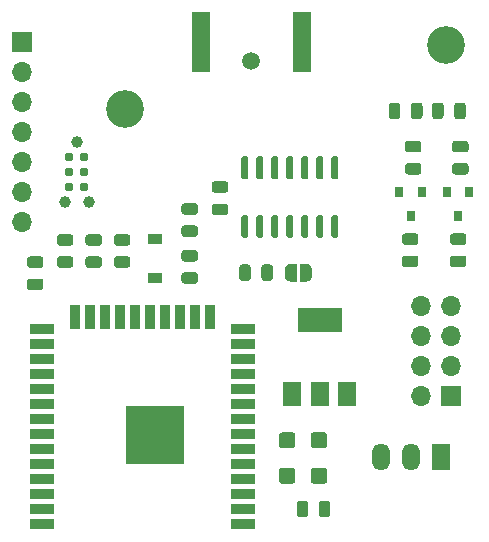
<source format=gts>
G04 #@! TF.GenerationSoftware,KiCad,Pcbnew,(5.1.9-0-10_14)*
G04 #@! TF.CreationDate,2021-01-28T13:50:09+01:00*
G04 #@! TF.ProjectId,ithowifi,6974686f-7769-4666-992e-6b696361645f,rev?*
G04 #@! TF.SameCoordinates,Original*
G04 #@! TF.FileFunction,Soldermask,Top*
G04 #@! TF.FilePolarity,Negative*
%FSLAX46Y46*%
G04 Gerber Fmt 4.6, Leading zero omitted, Abs format (unit mm)*
G04 Created by KiCad (PCBNEW (5.1.9-0-10_14)) date 2021-01-28 13:50:09*
%MOMM*%
%LPD*%
G01*
G04 APERTURE LIST*
%ADD10C,3.200000*%
%ADD11C,0.787400*%
%ADD12C,0.990600*%
%ADD13R,2.000000X0.900000*%
%ADD14R,0.900000X2.000000*%
%ADD15R,5.000000X5.000000*%
%ADD16C,0.100000*%
%ADD17C,1.500000*%
%ADD18R,1.500000X2.000000*%
%ADD19R,3.800000X2.000000*%
%ADD20O,1.700000X1.700000*%
%ADD21R,1.700000X1.700000*%
%ADD22R,1.200000X0.900000*%
%ADD23R,1.500000X5.080000*%
%ADD24R,0.800000X0.900000*%
%ADD25O,1.500000X2.300000*%
%ADD26R,1.500000X2.300000*%
G04 APERTURE END LIST*
D10*
X94488000Y-113538000D03*
G36*
G01*
X104772600Y-124416000D02*
X104472600Y-124416000D01*
G75*
G02*
X104322600Y-124266000I0J150000D01*
G01*
X104322600Y-122616000D01*
G75*
G02*
X104472600Y-122466000I150000J0D01*
G01*
X104772600Y-122466000D01*
G75*
G02*
X104922600Y-122616000I0J-150000D01*
G01*
X104922600Y-124266000D01*
G75*
G02*
X104772600Y-124416000I-150000J0D01*
G01*
G37*
G36*
G01*
X106042600Y-124416000D02*
X105742600Y-124416000D01*
G75*
G02*
X105592600Y-124266000I0J150000D01*
G01*
X105592600Y-122616000D01*
G75*
G02*
X105742600Y-122466000I150000J0D01*
G01*
X106042600Y-122466000D01*
G75*
G02*
X106192600Y-122616000I0J-150000D01*
G01*
X106192600Y-124266000D01*
G75*
G02*
X106042600Y-124416000I-150000J0D01*
G01*
G37*
G36*
G01*
X107312600Y-124416000D02*
X107012600Y-124416000D01*
G75*
G02*
X106862600Y-124266000I0J150000D01*
G01*
X106862600Y-122616000D01*
G75*
G02*
X107012600Y-122466000I150000J0D01*
G01*
X107312600Y-122466000D01*
G75*
G02*
X107462600Y-122616000I0J-150000D01*
G01*
X107462600Y-124266000D01*
G75*
G02*
X107312600Y-124416000I-150000J0D01*
G01*
G37*
G36*
G01*
X108582600Y-124416000D02*
X108282600Y-124416000D01*
G75*
G02*
X108132600Y-124266000I0J150000D01*
G01*
X108132600Y-122616000D01*
G75*
G02*
X108282600Y-122466000I150000J0D01*
G01*
X108582600Y-122466000D01*
G75*
G02*
X108732600Y-122616000I0J-150000D01*
G01*
X108732600Y-124266000D01*
G75*
G02*
X108582600Y-124416000I-150000J0D01*
G01*
G37*
G36*
G01*
X109852600Y-124416000D02*
X109552600Y-124416000D01*
G75*
G02*
X109402600Y-124266000I0J150000D01*
G01*
X109402600Y-122616000D01*
G75*
G02*
X109552600Y-122466000I150000J0D01*
G01*
X109852600Y-122466000D01*
G75*
G02*
X110002600Y-122616000I0J-150000D01*
G01*
X110002600Y-124266000D01*
G75*
G02*
X109852600Y-124416000I-150000J0D01*
G01*
G37*
G36*
G01*
X111122600Y-124416000D02*
X110822600Y-124416000D01*
G75*
G02*
X110672600Y-124266000I0J150000D01*
G01*
X110672600Y-122616000D01*
G75*
G02*
X110822600Y-122466000I150000J0D01*
G01*
X111122600Y-122466000D01*
G75*
G02*
X111272600Y-122616000I0J-150000D01*
G01*
X111272600Y-124266000D01*
G75*
G02*
X111122600Y-124416000I-150000J0D01*
G01*
G37*
G36*
G01*
X112392600Y-124416000D02*
X112092600Y-124416000D01*
G75*
G02*
X111942600Y-124266000I0J150000D01*
G01*
X111942600Y-122616000D01*
G75*
G02*
X112092600Y-122466000I150000J0D01*
G01*
X112392600Y-122466000D01*
G75*
G02*
X112542600Y-122616000I0J-150000D01*
G01*
X112542600Y-124266000D01*
G75*
G02*
X112392600Y-124416000I-150000J0D01*
G01*
G37*
G36*
G01*
X112392600Y-119466000D02*
X112092600Y-119466000D01*
G75*
G02*
X111942600Y-119316000I0J150000D01*
G01*
X111942600Y-117666000D01*
G75*
G02*
X112092600Y-117516000I150000J0D01*
G01*
X112392600Y-117516000D01*
G75*
G02*
X112542600Y-117666000I0J-150000D01*
G01*
X112542600Y-119316000D01*
G75*
G02*
X112392600Y-119466000I-150000J0D01*
G01*
G37*
G36*
G01*
X111122600Y-119466000D02*
X110822600Y-119466000D01*
G75*
G02*
X110672600Y-119316000I0J150000D01*
G01*
X110672600Y-117666000D01*
G75*
G02*
X110822600Y-117516000I150000J0D01*
G01*
X111122600Y-117516000D01*
G75*
G02*
X111272600Y-117666000I0J-150000D01*
G01*
X111272600Y-119316000D01*
G75*
G02*
X111122600Y-119466000I-150000J0D01*
G01*
G37*
G36*
G01*
X109852600Y-119466000D02*
X109552600Y-119466000D01*
G75*
G02*
X109402600Y-119316000I0J150000D01*
G01*
X109402600Y-117666000D01*
G75*
G02*
X109552600Y-117516000I150000J0D01*
G01*
X109852600Y-117516000D01*
G75*
G02*
X110002600Y-117666000I0J-150000D01*
G01*
X110002600Y-119316000D01*
G75*
G02*
X109852600Y-119466000I-150000J0D01*
G01*
G37*
G36*
G01*
X108582600Y-119466000D02*
X108282600Y-119466000D01*
G75*
G02*
X108132600Y-119316000I0J150000D01*
G01*
X108132600Y-117666000D01*
G75*
G02*
X108282600Y-117516000I150000J0D01*
G01*
X108582600Y-117516000D01*
G75*
G02*
X108732600Y-117666000I0J-150000D01*
G01*
X108732600Y-119316000D01*
G75*
G02*
X108582600Y-119466000I-150000J0D01*
G01*
G37*
G36*
G01*
X107312600Y-119466000D02*
X107012600Y-119466000D01*
G75*
G02*
X106862600Y-119316000I0J150000D01*
G01*
X106862600Y-117666000D01*
G75*
G02*
X107012600Y-117516000I150000J0D01*
G01*
X107312600Y-117516000D01*
G75*
G02*
X107462600Y-117666000I0J-150000D01*
G01*
X107462600Y-119316000D01*
G75*
G02*
X107312600Y-119466000I-150000J0D01*
G01*
G37*
G36*
G01*
X106042600Y-119466000D02*
X105742600Y-119466000D01*
G75*
G02*
X105592600Y-119316000I0J150000D01*
G01*
X105592600Y-117666000D01*
G75*
G02*
X105742600Y-117516000I150000J0D01*
G01*
X106042600Y-117516000D01*
G75*
G02*
X106192600Y-117666000I0J-150000D01*
G01*
X106192600Y-119316000D01*
G75*
G02*
X106042600Y-119466000I-150000J0D01*
G01*
G37*
G36*
G01*
X104772600Y-119466000D02*
X104472600Y-119466000D01*
G75*
G02*
X104322600Y-119316000I0J150000D01*
G01*
X104322600Y-117666000D01*
G75*
G02*
X104472600Y-117516000I150000J0D01*
G01*
X104772600Y-117516000D01*
G75*
G02*
X104922600Y-117666000I0J-150000D01*
G01*
X104922600Y-119316000D01*
G75*
G02*
X104772600Y-119466000I-150000J0D01*
G01*
G37*
D11*
X91033600Y-120142000D03*
X91033600Y-118872000D03*
X89763600Y-120142000D03*
X89763600Y-118872000D03*
X89763600Y-117602000D03*
X91033600Y-117602000D03*
D12*
X89382600Y-121412000D03*
X91414600Y-121412000D03*
X90398600Y-116332000D03*
D10*
X121630000Y-108120000D03*
D13*
X87477600Y-148615400D03*
X87477600Y-147345400D03*
X87477600Y-146075400D03*
X87477600Y-144805400D03*
X87477600Y-143535400D03*
X87477600Y-142265400D03*
X87477600Y-140995400D03*
X87477600Y-139725400D03*
X87477600Y-138455400D03*
X87477600Y-137185400D03*
X87477600Y-135915400D03*
X87477600Y-134645400D03*
X87477600Y-133375400D03*
X87477600Y-132105400D03*
D14*
X90262600Y-131105400D03*
X91532600Y-131105400D03*
X92802600Y-131105400D03*
X94072600Y-131105400D03*
X95342600Y-131105400D03*
X96612600Y-131105400D03*
X97882600Y-131105400D03*
X99152600Y-131105400D03*
X100422600Y-131105400D03*
X101692600Y-131105400D03*
D13*
X104477600Y-132105400D03*
X104477600Y-133375400D03*
X104477600Y-134645400D03*
X104477600Y-135915400D03*
X104477600Y-137185400D03*
X104477600Y-138455400D03*
X104477600Y-139725400D03*
X104477600Y-140995400D03*
X104477600Y-142265400D03*
X104477600Y-143535400D03*
X104477600Y-144805400D03*
X104477600Y-146075400D03*
X104477600Y-147345400D03*
X104477600Y-148615400D03*
D15*
X96977600Y-141115400D03*
D16*
G36*
X108504200Y-128104998D02*
G01*
X108479666Y-128104998D01*
X108430835Y-128100188D01*
X108382710Y-128090616D01*
X108335755Y-128076372D01*
X108290422Y-128057595D01*
X108247149Y-128034464D01*
X108206350Y-128007204D01*
X108168421Y-127976076D01*
X108133724Y-127941379D01*
X108102596Y-127903450D01*
X108075336Y-127862651D01*
X108052205Y-127819378D01*
X108033428Y-127774045D01*
X108019184Y-127727090D01*
X108009612Y-127678965D01*
X108004802Y-127630134D01*
X108004802Y-127605600D01*
X108004200Y-127605600D01*
X108004200Y-127105600D01*
X108004802Y-127105600D01*
X108004802Y-127081066D01*
X108009612Y-127032235D01*
X108019184Y-126984110D01*
X108033428Y-126937155D01*
X108052205Y-126891822D01*
X108075336Y-126848549D01*
X108102596Y-126807750D01*
X108133724Y-126769821D01*
X108168421Y-126735124D01*
X108206350Y-126703996D01*
X108247149Y-126676736D01*
X108290422Y-126653605D01*
X108335755Y-126634828D01*
X108382710Y-126620584D01*
X108430835Y-126611012D01*
X108479666Y-126606202D01*
X108504200Y-126606202D01*
X108504200Y-126605600D01*
X109004200Y-126605600D01*
X109004200Y-128105600D01*
X108504200Y-128105600D01*
X108504200Y-128104998D01*
G37*
G36*
X109304200Y-126605600D02*
G01*
X109804200Y-126605600D01*
X109804200Y-126606202D01*
X109828734Y-126606202D01*
X109877565Y-126611012D01*
X109925690Y-126620584D01*
X109972645Y-126634828D01*
X110017978Y-126653605D01*
X110061251Y-126676736D01*
X110102050Y-126703996D01*
X110139979Y-126735124D01*
X110174676Y-126769821D01*
X110205804Y-126807750D01*
X110233064Y-126848549D01*
X110256195Y-126891822D01*
X110274972Y-126937155D01*
X110289216Y-126984110D01*
X110298788Y-127032235D01*
X110303598Y-127081066D01*
X110303598Y-127105600D01*
X110304200Y-127105600D01*
X110304200Y-127605600D01*
X110303598Y-127605600D01*
X110303598Y-127630134D01*
X110298788Y-127678965D01*
X110289216Y-127727090D01*
X110274972Y-127774045D01*
X110256195Y-127819378D01*
X110233064Y-127862651D01*
X110205804Y-127903450D01*
X110174676Y-127941379D01*
X110139979Y-127976076D01*
X110102050Y-128007204D01*
X110061251Y-128034464D01*
X110017978Y-128057595D01*
X109972645Y-128076372D01*
X109925690Y-128090616D01*
X109877565Y-128100188D01*
X109828734Y-128104998D01*
X109804200Y-128104998D01*
X109804200Y-128105600D01*
X109304200Y-128105600D01*
X109304200Y-126605600D01*
G37*
G36*
G01*
X106014700Y-127811850D02*
X106014700Y-126899350D01*
G75*
G02*
X106258450Y-126655600I243750J0D01*
G01*
X106745950Y-126655600D01*
G75*
G02*
X106989700Y-126899350I0J-243750D01*
G01*
X106989700Y-127811850D01*
G75*
G02*
X106745950Y-128055600I-243750J0D01*
G01*
X106258450Y-128055600D01*
G75*
G02*
X106014700Y-127811850I0J243750D01*
G01*
G37*
G36*
G01*
X104139700Y-127811850D02*
X104139700Y-126899350D01*
G75*
G02*
X104383450Y-126655600I243750J0D01*
G01*
X104870950Y-126655600D01*
G75*
G02*
X105114700Y-126899350I0J-243750D01*
G01*
X105114700Y-127811850D01*
G75*
G02*
X104870950Y-128055600I-243750J0D01*
G01*
X104383450Y-128055600D01*
G75*
G02*
X104139700Y-127811850I0J243750D01*
G01*
G37*
G36*
G01*
X108896400Y-141129199D02*
X108896400Y-141979201D01*
G75*
G02*
X108646401Y-142229200I-249999J0D01*
G01*
X107746399Y-142229200D01*
G75*
G02*
X107496400Y-141979201I0J249999D01*
G01*
X107496400Y-141129199D01*
G75*
G02*
X107746399Y-140879200I249999J0D01*
G01*
X108646401Y-140879200D01*
G75*
G02*
X108896400Y-141129199I0J-249999D01*
G01*
G37*
G36*
G01*
X111596400Y-141129199D02*
X111596400Y-141979201D01*
G75*
G02*
X111346401Y-142229200I-249999J0D01*
G01*
X110446399Y-142229200D01*
G75*
G02*
X110196400Y-141979201I0J249999D01*
G01*
X110196400Y-141129199D01*
G75*
G02*
X110446399Y-140879200I249999J0D01*
G01*
X111346401Y-140879200D01*
G75*
G02*
X111596400Y-141129199I0J-249999D01*
G01*
G37*
G36*
G01*
X108900200Y-144126399D02*
X108900200Y-144976401D01*
G75*
G02*
X108650201Y-145226400I-249999J0D01*
G01*
X107750199Y-145226400D01*
G75*
G02*
X107500200Y-144976401I0J249999D01*
G01*
X107500200Y-144126399D01*
G75*
G02*
X107750199Y-143876400I249999J0D01*
G01*
X108650201Y-143876400D01*
G75*
G02*
X108900200Y-144126399I0J-249999D01*
G01*
G37*
G36*
G01*
X111600200Y-144126399D02*
X111600200Y-144976401D01*
G75*
G02*
X111350201Y-145226400I-249999J0D01*
G01*
X110450199Y-145226400D01*
G75*
G02*
X110200200Y-144976401I0J249999D01*
G01*
X110200200Y-144126399D01*
G75*
G02*
X110450199Y-143876400I249999J0D01*
G01*
X111350201Y-143876400D01*
G75*
G02*
X111600200Y-144126399I0J-249999D01*
G01*
G37*
D17*
X105181400Y-109474000D03*
G36*
G01*
X87324250Y-126954100D02*
X86411750Y-126954100D01*
G75*
G02*
X86168000Y-126710350I0J243750D01*
G01*
X86168000Y-126222850D01*
G75*
G02*
X86411750Y-125979100I243750J0D01*
G01*
X87324250Y-125979100D01*
G75*
G02*
X87568000Y-126222850I0J-243750D01*
G01*
X87568000Y-126710350D01*
G75*
G02*
X87324250Y-126954100I-243750J0D01*
G01*
G37*
G36*
G01*
X87324250Y-128829100D02*
X86411750Y-128829100D01*
G75*
G02*
X86168000Y-128585350I0J243750D01*
G01*
X86168000Y-128097850D01*
G75*
G02*
X86411750Y-127854100I243750J0D01*
G01*
X87324250Y-127854100D01*
G75*
G02*
X87568000Y-128097850I0J-243750D01*
G01*
X87568000Y-128585350D01*
G75*
G02*
X87324250Y-128829100I-243750J0D01*
G01*
G37*
G36*
G01*
X88951750Y-125974500D02*
X89864250Y-125974500D01*
G75*
G02*
X90108000Y-126218250I0J-243750D01*
G01*
X90108000Y-126705750D01*
G75*
G02*
X89864250Y-126949500I-243750J0D01*
G01*
X88951750Y-126949500D01*
G75*
G02*
X88708000Y-126705750I0J243750D01*
G01*
X88708000Y-126218250D01*
G75*
G02*
X88951750Y-125974500I243750J0D01*
G01*
G37*
G36*
G01*
X88951750Y-124099500D02*
X89864250Y-124099500D01*
G75*
G02*
X90108000Y-124343250I0J-243750D01*
G01*
X90108000Y-124830750D01*
G75*
G02*
X89864250Y-125074500I-243750J0D01*
G01*
X88951750Y-125074500D01*
G75*
G02*
X88708000Y-124830750I0J243750D01*
G01*
X88708000Y-124343250D01*
G75*
G02*
X88951750Y-124099500I243750J0D01*
G01*
G37*
D18*
X108647200Y-137668000D03*
X113247200Y-137668000D03*
X110947200Y-137668000D03*
D19*
X110947200Y-131368000D03*
G36*
G01*
X94690250Y-125074500D02*
X93777750Y-125074500D01*
G75*
G02*
X93534000Y-124830750I0J243750D01*
G01*
X93534000Y-124343250D01*
G75*
G02*
X93777750Y-124099500I243750J0D01*
G01*
X94690250Y-124099500D01*
G75*
G02*
X94934000Y-124343250I0J-243750D01*
G01*
X94934000Y-124830750D01*
G75*
G02*
X94690250Y-125074500I-243750J0D01*
G01*
G37*
G36*
G01*
X94690250Y-126949500D02*
X93777750Y-126949500D01*
G75*
G02*
X93534000Y-126705750I0J243750D01*
G01*
X93534000Y-126218250D01*
G75*
G02*
X93777750Y-125974500I243750J0D01*
G01*
X94690250Y-125974500D01*
G75*
G02*
X94934000Y-126218250I0J-243750D01*
G01*
X94934000Y-126705750D01*
G75*
G02*
X94690250Y-126949500I-243750J0D01*
G01*
G37*
G36*
G01*
X100405250Y-122458300D02*
X99492750Y-122458300D01*
G75*
G02*
X99249000Y-122214550I0J243750D01*
G01*
X99249000Y-121727050D01*
G75*
G02*
X99492750Y-121483300I243750J0D01*
G01*
X100405250Y-121483300D01*
G75*
G02*
X100649000Y-121727050I0J-243750D01*
G01*
X100649000Y-122214550D01*
G75*
G02*
X100405250Y-122458300I-243750J0D01*
G01*
G37*
G36*
G01*
X100405250Y-124333300D02*
X99492750Y-124333300D01*
G75*
G02*
X99249000Y-124089550I0J243750D01*
G01*
X99249000Y-123602050D01*
G75*
G02*
X99492750Y-123358300I243750J0D01*
G01*
X100405250Y-123358300D01*
G75*
G02*
X100649000Y-123602050I0J-243750D01*
G01*
X100649000Y-124089550D01*
G75*
G02*
X100405250Y-124333300I-243750J0D01*
G01*
G37*
D20*
X85725000Y-123037600D03*
X85725000Y-120497600D03*
X85725000Y-117957600D03*
X85725000Y-115417600D03*
X85725000Y-112877600D03*
X85725000Y-110337600D03*
D21*
X85725000Y-107797600D03*
D22*
X97028000Y-124536200D03*
X97028000Y-127836200D03*
G36*
G01*
X110886900Y-147827050D02*
X110886900Y-146914550D01*
G75*
G02*
X111130650Y-146670800I243750J0D01*
G01*
X111618150Y-146670800D01*
G75*
G02*
X111861900Y-146914550I0J-243750D01*
G01*
X111861900Y-147827050D01*
G75*
G02*
X111618150Y-148070800I-243750J0D01*
G01*
X111130650Y-148070800D01*
G75*
G02*
X110886900Y-147827050I0J243750D01*
G01*
G37*
G36*
G01*
X109011900Y-147827050D02*
X109011900Y-146914550D01*
G75*
G02*
X109255650Y-146670800I243750J0D01*
G01*
X109743150Y-146670800D01*
G75*
G02*
X109986900Y-146914550I0J-243750D01*
G01*
X109986900Y-147827050D01*
G75*
G02*
X109743150Y-148070800I-243750J0D01*
G01*
X109255650Y-148070800D01*
G75*
G02*
X109011900Y-147827050I0J243750D01*
G01*
G37*
G36*
G01*
X99492750Y-127323000D02*
X100405250Y-127323000D01*
G75*
G02*
X100649000Y-127566750I0J-243750D01*
G01*
X100649000Y-128054250D01*
G75*
G02*
X100405250Y-128298000I-243750J0D01*
G01*
X99492750Y-128298000D01*
G75*
G02*
X99249000Y-128054250I0J243750D01*
G01*
X99249000Y-127566750D01*
G75*
G02*
X99492750Y-127323000I243750J0D01*
G01*
G37*
G36*
G01*
X99492750Y-125448000D02*
X100405250Y-125448000D01*
G75*
G02*
X100649000Y-125691750I0J-243750D01*
G01*
X100649000Y-126179250D01*
G75*
G02*
X100405250Y-126423000I-243750J0D01*
G01*
X99492750Y-126423000D01*
G75*
G02*
X99249000Y-126179250I0J243750D01*
G01*
X99249000Y-125691750D01*
G75*
G02*
X99492750Y-125448000I243750J0D01*
G01*
G37*
D23*
X100931400Y-107848400D03*
X109431400Y-107848400D03*
G36*
G01*
X118687000Y-114121250D02*
X118687000Y-113208750D01*
G75*
G02*
X118930750Y-112965000I243750J0D01*
G01*
X119418250Y-112965000D01*
G75*
G02*
X119662000Y-113208750I0J-243750D01*
G01*
X119662000Y-114121250D01*
G75*
G02*
X119418250Y-114365000I-243750J0D01*
G01*
X118930750Y-114365000D01*
G75*
G02*
X118687000Y-114121250I0J243750D01*
G01*
G37*
G36*
G01*
X116812000Y-114121250D02*
X116812000Y-113208750D01*
G75*
G02*
X117055750Y-112965000I243750J0D01*
G01*
X117543250Y-112965000D01*
G75*
G02*
X117787000Y-113208750I0J-243750D01*
G01*
X117787000Y-114121250D01*
G75*
G02*
X117543250Y-114365000I-243750J0D01*
G01*
X117055750Y-114365000D01*
G75*
G02*
X116812000Y-114121250I0J243750D01*
G01*
G37*
G36*
G01*
X92277250Y-126949500D02*
X91364750Y-126949500D01*
G75*
G02*
X91121000Y-126705750I0J243750D01*
G01*
X91121000Y-126218250D01*
G75*
G02*
X91364750Y-125974500I243750J0D01*
G01*
X92277250Y-125974500D01*
G75*
G02*
X92521000Y-126218250I0J-243750D01*
G01*
X92521000Y-126705750D01*
G75*
G02*
X92277250Y-126949500I-243750J0D01*
G01*
G37*
G36*
G01*
X92277250Y-125074500D02*
X91364750Y-125074500D01*
G75*
G02*
X91121000Y-124830750I0J243750D01*
G01*
X91121000Y-124343250D01*
G75*
G02*
X91364750Y-124099500I243750J0D01*
G01*
X92277250Y-124099500D01*
G75*
G02*
X92521000Y-124343250I0J-243750D01*
G01*
X92521000Y-124830750D01*
G75*
G02*
X92277250Y-125074500I-243750J0D01*
G01*
G37*
G36*
G01*
X121442300Y-113208750D02*
X121442300Y-114121250D01*
G75*
G02*
X121198550Y-114365000I-243750J0D01*
G01*
X120711050Y-114365000D01*
G75*
G02*
X120467300Y-114121250I0J243750D01*
G01*
X120467300Y-113208750D01*
G75*
G02*
X120711050Y-112965000I243750J0D01*
G01*
X121198550Y-112965000D01*
G75*
G02*
X121442300Y-113208750I0J-243750D01*
G01*
G37*
G36*
G01*
X123317300Y-113208750D02*
X123317300Y-114121250D01*
G75*
G02*
X123073550Y-114365000I-243750J0D01*
G01*
X122586050Y-114365000D01*
G75*
G02*
X122342300Y-114121250I0J243750D01*
G01*
X122342300Y-113208750D01*
G75*
G02*
X122586050Y-112965000I243750J0D01*
G01*
X123073550Y-112965000D01*
G75*
G02*
X123317300Y-113208750I0J-243750D01*
G01*
G37*
G36*
G01*
X118161750Y-125911000D02*
X119074250Y-125911000D01*
G75*
G02*
X119318000Y-126154750I0J-243750D01*
G01*
X119318000Y-126642250D01*
G75*
G02*
X119074250Y-126886000I-243750J0D01*
G01*
X118161750Y-126886000D01*
G75*
G02*
X117918000Y-126642250I0J243750D01*
G01*
X117918000Y-126154750D01*
G75*
G02*
X118161750Y-125911000I243750J0D01*
G01*
G37*
G36*
G01*
X118161750Y-124036000D02*
X119074250Y-124036000D01*
G75*
G02*
X119318000Y-124279750I0J-243750D01*
G01*
X119318000Y-124767250D01*
G75*
G02*
X119074250Y-125011000I-243750J0D01*
G01*
X118161750Y-125011000D01*
G75*
G02*
X117918000Y-124767250I0J243750D01*
G01*
X117918000Y-124279750D01*
G75*
G02*
X118161750Y-124036000I243750J0D01*
G01*
G37*
G36*
G01*
X122225750Y-125911000D02*
X123138250Y-125911000D01*
G75*
G02*
X123382000Y-126154750I0J-243750D01*
G01*
X123382000Y-126642250D01*
G75*
G02*
X123138250Y-126886000I-243750J0D01*
G01*
X122225750Y-126886000D01*
G75*
G02*
X121982000Y-126642250I0J243750D01*
G01*
X121982000Y-126154750D01*
G75*
G02*
X122225750Y-125911000I243750J0D01*
G01*
G37*
G36*
G01*
X122225750Y-124036000D02*
X123138250Y-124036000D01*
G75*
G02*
X123382000Y-124279750I0J-243750D01*
G01*
X123382000Y-124767250D01*
G75*
G02*
X123138250Y-125011000I-243750J0D01*
G01*
X122225750Y-125011000D01*
G75*
G02*
X121982000Y-124767250I0J243750D01*
G01*
X121982000Y-124279750D01*
G75*
G02*
X122225750Y-124036000I243750J0D01*
G01*
G37*
G36*
G01*
X118415750Y-118074400D02*
X119328250Y-118074400D01*
G75*
G02*
X119572000Y-118318150I0J-243750D01*
G01*
X119572000Y-118805650D01*
G75*
G02*
X119328250Y-119049400I-243750J0D01*
G01*
X118415750Y-119049400D01*
G75*
G02*
X118172000Y-118805650I0J243750D01*
G01*
X118172000Y-118318150D01*
G75*
G02*
X118415750Y-118074400I243750J0D01*
G01*
G37*
G36*
G01*
X118415750Y-116199400D02*
X119328250Y-116199400D01*
G75*
G02*
X119572000Y-116443150I0J-243750D01*
G01*
X119572000Y-116930650D01*
G75*
G02*
X119328250Y-117174400I-243750J0D01*
G01*
X118415750Y-117174400D01*
G75*
G02*
X118172000Y-116930650I0J243750D01*
G01*
X118172000Y-116443150D01*
G75*
G02*
X118415750Y-116199400I243750J0D01*
G01*
G37*
G36*
G01*
X123316050Y-117174400D02*
X122403550Y-117174400D01*
G75*
G02*
X122159800Y-116930650I0J243750D01*
G01*
X122159800Y-116443150D01*
G75*
G02*
X122403550Y-116199400I243750J0D01*
G01*
X123316050Y-116199400D01*
G75*
G02*
X123559800Y-116443150I0J-243750D01*
G01*
X123559800Y-116930650D01*
G75*
G02*
X123316050Y-117174400I-243750J0D01*
G01*
G37*
G36*
G01*
X123316050Y-119049400D02*
X122403550Y-119049400D01*
G75*
G02*
X122159800Y-118805650I0J243750D01*
G01*
X122159800Y-118318150D01*
G75*
G02*
X122403550Y-118074400I243750J0D01*
G01*
X123316050Y-118074400D01*
G75*
G02*
X123559800Y-118318150I0J-243750D01*
G01*
X123559800Y-118805650D01*
G75*
G02*
X123316050Y-119049400I-243750J0D01*
G01*
G37*
G36*
G01*
X102970650Y-122479100D02*
X102058150Y-122479100D01*
G75*
G02*
X101814400Y-122235350I0J243750D01*
G01*
X101814400Y-121747850D01*
G75*
G02*
X102058150Y-121504100I243750J0D01*
G01*
X102970650Y-121504100D01*
G75*
G02*
X103214400Y-121747850I0J-243750D01*
G01*
X103214400Y-122235350D01*
G75*
G02*
X102970650Y-122479100I-243750J0D01*
G01*
G37*
G36*
G01*
X102970650Y-120604100D02*
X102058150Y-120604100D01*
G75*
G02*
X101814400Y-120360350I0J243750D01*
G01*
X101814400Y-119872850D01*
G75*
G02*
X102058150Y-119629100I243750J0D01*
G01*
X102970650Y-119629100D01*
G75*
G02*
X103214400Y-119872850I0J-243750D01*
G01*
X103214400Y-120360350D01*
G75*
G02*
X102970650Y-120604100I-243750J0D01*
G01*
G37*
D24*
X118658600Y-122539000D03*
X117708600Y-120539000D03*
X119608600Y-120539000D03*
X122656600Y-122539000D03*
X121706600Y-120539000D03*
X123606600Y-120539000D03*
D25*
X116179600Y-142951200D03*
X118719600Y-142951200D03*
D26*
X121259600Y-142951200D03*
D21*
X122047000Y-137795000D03*
D20*
X119507000Y-137795000D03*
X122047000Y-135255000D03*
X119507000Y-135255000D03*
X122047000Y-132715000D03*
X119507000Y-132715000D03*
X122047000Y-130175000D03*
X119507000Y-130175000D03*
M02*

</source>
